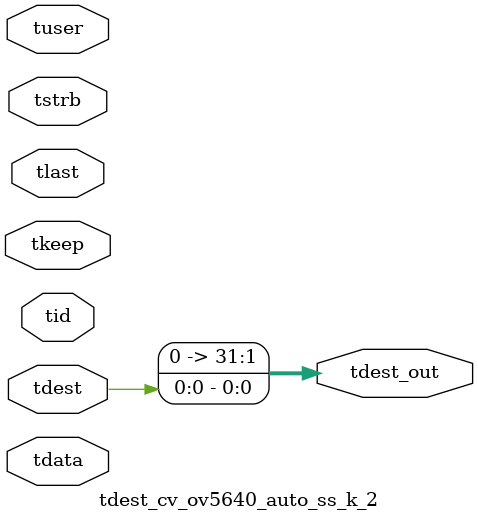
<source format=v>


`timescale 1ps/1ps

module tdest_cv_ov5640_auto_ss_k_2 #
(
parameter C_S_AXIS_TDATA_WIDTH = 32,
parameter C_S_AXIS_TUSER_WIDTH = 0,
parameter C_S_AXIS_TID_WIDTH   = 0,
parameter C_S_AXIS_TDEST_WIDTH = 0,
parameter C_M_AXIS_TDEST_WIDTH = 32
)
(
input  [(C_S_AXIS_TDATA_WIDTH == 0 ? 1 : C_S_AXIS_TDATA_WIDTH)-1:0     ] tdata,
input  [(C_S_AXIS_TUSER_WIDTH == 0 ? 1 : C_S_AXIS_TUSER_WIDTH)-1:0     ] tuser,
input  [(C_S_AXIS_TID_WIDTH   == 0 ? 1 : C_S_AXIS_TID_WIDTH)-1:0       ] tid,
input  [(C_S_AXIS_TDEST_WIDTH == 0 ? 1 : C_S_AXIS_TDEST_WIDTH)-1:0     ] tdest,
input  [(C_S_AXIS_TDATA_WIDTH/8)-1:0 ] tkeep,
input  [(C_S_AXIS_TDATA_WIDTH/8)-1:0 ] tstrb,
input                                                                    tlast,
output [C_M_AXIS_TDEST_WIDTH-1:0] tdest_out
);

assign tdest_out = {tdest[0:0]};

endmodule


</source>
